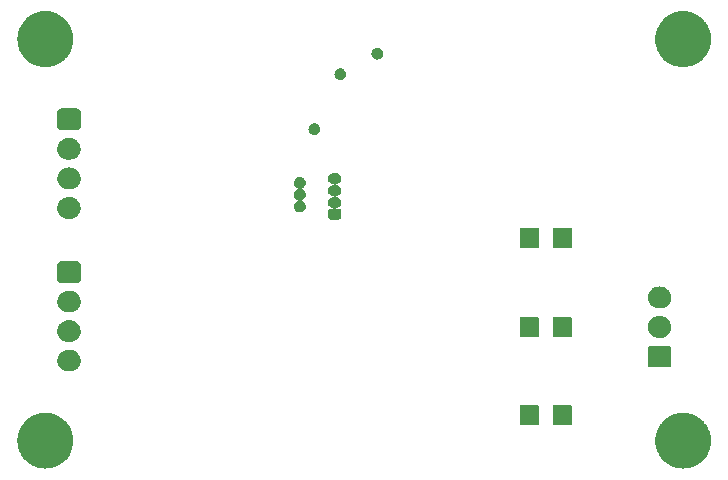
<source format=gbr>
G04 #@! TF.GenerationSoftware,KiCad,Pcbnew,7.0.2*
G04 #@! TF.CreationDate,2023-08-30T11:59:43+08:00*
G04 #@! TF.ProjectId,bldc_driver,626c6463-5f64-4726-9976-65722e6b6963,rev?*
G04 #@! TF.SameCoordinates,PX58b1140PY3750280*
G04 #@! TF.FileFunction,Soldermask,Bot*
G04 #@! TF.FilePolarity,Negative*
%FSLAX46Y46*%
G04 Gerber Fmt 4.6, Leading zero omitted, Abs format (unit mm)*
G04 Created by KiCad (PCBNEW 7.0.2) date 2023-08-30 11:59:43*
%MOMM*%
%LPD*%
G01*
G04 APERTURE LIST*
G04 APERTURE END LIST*
G36*
X3072409Y-34634746D02*
G01*
X3148810Y-34634746D01*
X3231196Y-34645153D01*
X3309347Y-34650276D01*
X3374790Y-34663293D01*
X3444083Y-34672047D01*
X3531033Y-34694372D01*
X3613401Y-34710756D01*
X3671014Y-34730313D01*
X3732348Y-34746061D01*
X3822160Y-34781620D01*
X3906960Y-34810406D01*
X3956221Y-34834699D01*
X4009064Y-34855621D01*
X4099817Y-34905512D01*
X4185000Y-34947520D01*
X4225713Y-34974723D01*
X4269872Y-34999000D01*
X4359471Y-35064098D01*
X4442765Y-35119753D01*
X4475082Y-35148094D01*
X4510654Y-35173939D01*
X4596840Y-35254873D01*
X4675843Y-35324157D01*
X4700220Y-35351953D01*
X4727604Y-35377669D01*
X4808027Y-35474884D01*
X4880247Y-35557235D01*
X4897438Y-35582964D01*
X4917312Y-35606987D01*
X4989588Y-35720876D01*
X5052480Y-35815000D01*
X5063489Y-35837325D01*
X5076786Y-35858277D01*
X5138555Y-35989544D01*
X5189594Y-36093040D01*
X5195644Y-36110865D01*
X5203506Y-36127571D01*
X5252474Y-36278278D01*
X5289244Y-36386599D01*
X5291729Y-36399092D01*
X5295475Y-36410621D01*
X5329470Y-36588831D01*
X5349724Y-36690653D01*
X5350158Y-36697281D01*
X5351243Y-36702967D01*
X5368257Y-36973407D01*
X5370000Y-37000000D01*
X5368256Y-37026594D01*
X5351243Y-37297032D01*
X5350158Y-37302716D01*
X5349724Y-37309347D01*
X5329465Y-37411191D01*
X5295475Y-37589378D01*
X5291729Y-37600905D01*
X5289244Y-37613401D01*
X5252466Y-37721743D01*
X5203506Y-37872428D01*
X5195646Y-37889131D01*
X5189594Y-37906960D01*
X5138545Y-38010476D01*
X5076786Y-38141722D01*
X5063491Y-38162670D01*
X5052480Y-38185000D01*
X4989576Y-38279142D01*
X4917312Y-38393012D01*
X4897442Y-38417030D01*
X4880247Y-38442765D01*
X4808012Y-38525132D01*
X4727604Y-38622330D01*
X4700225Y-38648040D01*
X4675843Y-38675843D01*
X4596823Y-38745140D01*
X4510654Y-38826060D01*
X4475089Y-38851899D01*
X4442765Y-38880247D01*
X4359454Y-38935913D01*
X4269872Y-39000999D01*
X4225722Y-39025270D01*
X4185000Y-39052480D01*
X4099800Y-39094495D01*
X4009064Y-39144378D01*
X3956232Y-39165295D01*
X3906960Y-39189594D01*
X3822142Y-39218385D01*
X3732348Y-39253938D01*
X3671026Y-39269682D01*
X3613401Y-39289244D01*
X3531015Y-39305631D01*
X3444083Y-39327952D01*
X3374800Y-39336704D01*
X3309347Y-39349724D01*
X3231192Y-39354846D01*
X3148810Y-39365254D01*
X3072409Y-39365254D01*
X3000000Y-39370000D01*
X2927591Y-39365254D01*
X2851190Y-39365254D01*
X2768807Y-39354846D01*
X2690653Y-39349724D01*
X2625200Y-39336704D01*
X2555916Y-39327952D01*
X2468979Y-39305630D01*
X2386599Y-39289244D01*
X2328976Y-39269683D01*
X2267651Y-39253938D01*
X2177850Y-39218383D01*
X2093040Y-39189594D01*
X2043771Y-39165297D01*
X1990935Y-39144378D01*
X1900190Y-39094491D01*
X1815000Y-39052480D01*
X1774282Y-39025273D01*
X1730127Y-39000999D01*
X1640533Y-38935905D01*
X1557235Y-38880247D01*
X1524915Y-38851903D01*
X1489345Y-38826060D01*
X1403160Y-38745127D01*
X1324157Y-38675843D01*
X1299779Y-38648045D01*
X1272395Y-38622330D01*
X1191969Y-38525112D01*
X1119753Y-38442765D01*
X1102561Y-38417036D01*
X1082687Y-38393012D01*
X1010404Y-38279112D01*
X947520Y-38185000D01*
X936511Y-38162677D01*
X923213Y-38141722D01*
X861432Y-38010431D01*
X810406Y-37906960D01*
X804356Y-37889138D01*
X796493Y-37872428D01*
X747510Y-37721675D01*
X710756Y-37613401D01*
X708272Y-37600913D01*
X704524Y-37589378D01*
X670509Y-37411068D01*
X650276Y-37309347D01*
X649841Y-37302724D01*
X648756Y-37297032D01*
X631718Y-37026214D01*
X630000Y-37000000D01*
X631718Y-36973787D01*
X648756Y-36702967D01*
X649842Y-36697273D01*
X650276Y-36690653D01*
X670505Y-36588954D01*
X704524Y-36410621D01*
X708272Y-36399084D01*
X710756Y-36386599D01*
X747502Y-36278347D01*
X796493Y-36127571D01*
X804357Y-36110857D01*
X810406Y-36093040D01*
X861422Y-35989588D01*
X923213Y-35858277D01*
X936513Y-35837318D01*
X947520Y-35815000D01*
X1010391Y-35720906D01*
X1082687Y-35606987D01*
X1102565Y-35582958D01*
X1119753Y-35557235D01*
X1191955Y-35474904D01*
X1272395Y-35377669D01*
X1299784Y-35351948D01*
X1324157Y-35324157D01*
X1403144Y-35254886D01*
X1489345Y-35173939D01*
X1524922Y-35148090D01*
X1557235Y-35119753D01*
X1640516Y-35064106D01*
X1730127Y-34999000D01*
X1774290Y-34974720D01*
X1815000Y-34947520D01*
X1900172Y-34905517D01*
X1990935Y-34855621D01*
X2043782Y-34834697D01*
X2093040Y-34810406D01*
X2177832Y-34781622D01*
X2267651Y-34746061D01*
X2328988Y-34730312D01*
X2386599Y-34710756D01*
X2468962Y-34694372D01*
X2555916Y-34672047D01*
X2625211Y-34663293D01*
X2690653Y-34650276D01*
X2768802Y-34645153D01*
X2851190Y-34634746D01*
X2927591Y-34634746D01*
X3000000Y-34630000D01*
X3072409Y-34634746D01*
G37*
G36*
X44754788Y-34035328D02*
G01*
X44777497Y-34050503D01*
X44792672Y-34073212D01*
X44798000Y-34100000D01*
X44798000Y-35600000D01*
X44792672Y-35626788D01*
X44777497Y-35649497D01*
X44754788Y-35664672D01*
X44728000Y-35670000D01*
X43228000Y-35670000D01*
X43201212Y-35664672D01*
X43178503Y-35649497D01*
X43163328Y-35626788D01*
X43158000Y-35600000D01*
X43158000Y-34100000D01*
X43163328Y-34073212D01*
X43178503Y-34050503D01*
X43201212Y-34035328D01*
X43228000Y-34030000D01*
X44728000Y-34030000D01*
X44754788Y-34035328D01*
G37*
G36*
X47548788Y-34035328D02*
G01*
X47571497Y-34050503D01*
X47586672Y-34073212D01*
X47592000Y-34100000D01*
X47592000Y-35600000D01*
X47586672Y-35626788D01*
X47571497Y-35649497D01*
X47548788Y-35664672D01*
X47522000Y-35670000D01*
X46022000Y-35670000D01*
X45995212Y-35664672D01*
X45972503Y-35649497D01*
X45957328Y-35626788D01*
X45952000Y-35600000D01*
X45952000Y-34100000D01*
X45957328Y-34073212D01*
X45972503Y-34050503D01*
X45995212Y-34035328D01*
X46022000Y-34030000D01*
X47522000Y-34030000D01*
X47548788Y-34035328D01*
G37*
G36*
X57072409Y-34634746D02*
G01*
X57148810Y-34634746D01*
X57231196Y-34645153D01*
X57309347Y-34650276D01*
X57374790Y-34663293D01*
X57444083Y-34672047D01*
X57531033Y-34694372D01*
X57613401Y-34710756D01*
X57671014Y-34730313D01*
X57732348Y-34746061D01*
X57822160Y-34781620D01*
X57906960Y-34810406D01*
X57956221Y-34834699D01*
X58009064Y-34855621D01*
X58099817Y-34905512D01*
X58185000Y-34947520D01*
X58225713Y-34974723D01*
X58269872Y-34999000D01*
X58359471Y-35064098D01*
X58442765Y-35119753D01*
X58475082Y-35148094D01*
X58510654Y-35173939D01*
X58596840Y-35254873D01*
X58675843Y-35324157D01*
X58700220Y-35351953D01*
X58727604Y-35377669D01*
X58808027Y-35474884D01*
X58880247Y-35557235D01*
X58897438Y-35582964D01*
X58917312Y-35606987D01*
X58989588Y-35720876D01*
X59052480Y-35815000D01*
X59063489Y-35837325D01*
X59076786Y-35858277D01*
X59138555Y-35989544D01*
X59189594Y-36093040D01*
X59195644Y-36110865D01*
X59203506Y-36127571D01*
X59252474Y-36278278D01*
X59289244Y-36386599D01*
X59291729Y-36399092D01*
X59295475Y-36410621D01*
X59329470Y-36588831D01*
X59349724Y-36690653D01*
X59350158Y-36697281D01*
X59351243Y-36702967D01*
X59368258Y-36973429D01*
X59370000Y-37000000D01*
X59368255Y-37026616D01*
X59351243Y-37297032D01*
X59350158Y-37302716D01*
X59349724Y-37309347D01*
X59329465Y-37411191D01*
X59295475Y-37589378D01*
X59291729Y-37600905D01*
X59289244Y-37613401D01*
X59252466Y-37721743D01*
X59203506Y-37872428D01*
X59195646Y-37889131D01*
X59189594Y-37906960D01*
X59138545Y-38010476D01*
X59076786Y-38141722D01*
X59063491Y-38162670D01*
X59052480Y-38185000D01*
X58989576Y-38279142D01*
X58917312Y-38393012D01*
X58897442Y-38417030D01*
X58880247Y-38442765D01*
X58808012Y-38525132D01*
X58727604Y-38622330D01*
X58700225Y-38648040D01*
X58675843Y-38675843D01*
X58596823Y-38745140D01*
X58510654Y-38826060D01*
X58475089Y-38851899D01*
X58442765Y-38880247D01*
X58359454Y-38935913D01*
X58269872Y-39000999D01*
X58225722Y-39025270D01*
X58185000Y-39052480D01*
X58099800Y-39094495D01*
X58009064Y-39144378D01*
X57956232Y-39165295D01*
X57906960Y-39189594D01*
X57822142Y-39218385D01*
X57732348Y-39253938D01*
X57671026Y-39269682D01*
X57613401Y-39289244D01*
X57531015Y-39305631D01*
X57444083Y-39327952D01*
X57374800Y-39336704D01*
X57309347Y-39349724D01*
X57231192Y-39354846D01*
X57148810Y-39365254D01*
X57072409Y-39365254D01*
X57000000Y-39370000D01*
X56927591Y-39365254D01*
X56851190Y-39365254D01*
X56768807Y-39354846D01*
X56690653Y-39349724D01*
X56625200Y-39336704D01*
X56555916Y-39327952D01*
X56468979Y-39305630D01*
X56386599Y-39289244D01*
X56328976Y-39269683D01*
X56267651Y-39253938D01*
X56177850Y-39218383D01*
X56093040Y-39189594D01*
X56043771Y-39165297D01*
X55990935Y-39144378D01*
X55900190Y-39094491D01*
X55815000Y-39052480D01*
X55774282Y-39025273D01*
X55730127Y-39000999D01*
X55640533Y-38935905D01*
X55557235Y-38880247D01*
X55524915Y-38851903D01*
X55489345Y-38826060D01*
X55403160Y-38745127D01*
X55324157Y-38675843D01*
X55299779Y-38648045D01*
X55272395Y-38622330D01*
X55191969Y-38525112D01*
X55119753Y-38442765D01*
X55102561Y-38417036D01*
X55082687Y-38393012D01*
X55010404Y-38279112D01*
X54947520Y-38185000D01*
X54936511Y-38162677D01*
X54923213Y-38141722D01*
X54861432Y-38010431D01*
X54810406Y-37906960D01*
X54804356Y-37889138D01*
X54796493Y-37872428D01*
X54747510Y-37721675D01*
X54710756Y-37613401D01*
X54708272Y-37600913D01*
X54704524Y-37589378D01*
X54670509Y-37411068D01*
X54650276Y-37309347D01*
X54649841Y-37302724D01*
X54648756Y-37297032D01*
X54631718Y-37026214D01*
X54630000Y-37000000D01*
X54631718Y-36973787D01*
X54648756Y-36702967D01*
X54649842Y-36697273D01*
X54650276Y-36690653D01*
X54670505Y-36588954D01*
X54704524Y-36410621D01*
X54708272Y-36399084D01*
X54710756Y-36386599D01*
X54747502Y-36278347D01*
X54796493Y-36127571D01*
X54804357Y-36110857D01*
X54810406Y-36093040D01*
X54861422Y-35989588D01*
X54923213Y-35858277D01*
X54936513Y-35837318D01*
X54947520Y-35815000D01*
X55010391Y-35720906D01*
X55082687Y-35606987D01*
X55102565Y-35582958D01*
X55119753Y-35557235D01*
X55191955Y-35474904D01*
X55272395Y-35377669D01*
X55299784Y-35351948D01*
X55324157Y-35324157D01*
X55403144Y-35254886D01*
X55489345Y-35173939D01*
X55524922Y-35148090D01*
X55557235Y-35119753D01*
X55640516Y-35064106D01*
X55730127Y-34999000D01*
X55774290Y-34974720D01*
X55815000Y-34947520D01*
X55900172Y-34905517D01*
X55990935Y-34855621D01*
X56043782Y-34834697D01*
X56093040Y-34810406D01*
X56177832Y-34781622D01*
X56267651Y-34746061D01*
X56328988Y-34730312D01*
X56386599Y-34710756D01*
X56468962Y-34694372D01*
X56555916Y-34672047D01*
X56625211Y-34663293D01*
X56690653Y-34650276D01*
X56768802Y-34645153D01*
X56851190Y-34634746D01*
X56927591Y-34634746D01*
X57000000Y-34630000D01*
X57072409Y-34634746D01*
G37*
G36*
X5075825Y-29305086D02*
G01*
X5167178Y-29309719D01*
X5216669Y-29319889D01*
X5266279Y-29325104D01*
X5307991Y-29338657D01*
X5350359Y-29347364D01*
X5398906Y-29368197D01*
X5449198Y-29384538D01*
X5484558Y-29404953D01*
X5521390Y-29420759D01*
X5567394Y-29452778D01*
X5615762Y-29480704D01*
X5643844Y-29505989D01*
X5674146Y-29527080D01*
X5715002Y-29570060D01*
X5758693Y-29609400D01*
X5779110Y-29637501D01*
X5802370Y-29661971D01*
X5835465Y-29715068D01*
X5871743Y-29765000D01*
X5884632Y-29793949D01*
X5900819Y-29819919D01*
X5923693Y-29881681D01*
X5949972Y-29940704D01*
X5955924Y-29968707D01*
X5965456Y-29994444D01*
X5975936Y-30062857D01*
X5989960Y-30128834D01*
X5989960Y-30154400D01*
X5993638Y-30178410D01*
X5989960Y-30250937D01*
X5989960Y-30321166D01*
X5985282Y-30343171D01*
X5984212Y-30364283D01*
X5965130Y-30437981D01*
X5949972Y-30509296D01*
X5942071Y-30527041D01*
X5937561Y-30544461D01*
X5902412Y-30616116D01*
X5871743Y-30685000D01*
X5862138Y-30698219D01*
X5855599Y-30711551D01*
X5804338Y-30777774D01*
X5758693Y-30840600D01*
X5748842Y-30849469D01*
X5741679Y-30858724D01*
X5674801Y-30916136D01*
X5615762Y-30969296D01*
X5606955Y-30974380D01*
X5600463Y-30979954D01*
X5518640Y-31025369D01*
X5449198Y-31065462D01*
X5442467Y-31067648D01*
X5437736Y-31070275D01*
X5340247Y-31100862D01*
X5266279Y-31124896D01*
X5262319Y-31125312D01*
X5260156Y-31125991D01*
X5127800Y-31139450D01*
X5075000Y-31145000D01*
X5073229Y-31145000D01*
X4925886Y-31145000D01*
X4925000Y-31145000D01*
X4924173Y-31144913D01*
X4832821Y-31140280D01*
X4783338Y-31130110D01*
X4733721Y-31124896D01*
X4692002Y-31111340D01*
X4649640Y-31102635D01*
X4601099Y-31081804D01*
X4550802Y-31065462D01*
X4515437Y-31045044D01*
X4478609Y-31029240D01*
X4432608Y-30997222D01*
X4384238Y-30969296D01*
X4356154Y-30944009D01*
X4325853Y-30922919D01*
X4284997Y-30879939D01*
X4241307Y-30840600D01*
X4220890Y-30812498D01*
X4197629Y-30788028D01*
X4164531Y-30734927D01*
X4128257Y-30685000D01*
X4115368Y-30656052D01*
X4099180Y-30630080D01*
X4076302Y-30568309D01*
X4050028Y-30509296D01*
X4044076Y-30481296D01*
X4034543Y-30455555D01*
X4024060Y-30387128D01*
X4010040Y-30321166D01*
X4010040Y-30295604D01*
X4006361Y-30271589D01*
X4010040Y-30199042D01*
X4010040Y-30128834D01*
X4014716Y-30106834D01*
X4015787Y-30085716D01*
X4034875Y-30011991D01*
X4050028Y-29940704D01*
X4057925Y-29922965D01*
X4062438Y-29905538D01*
X4097602Y-29833850D01*
X4128257Y-29765000D01*
X4137857Y-29751786D01*
X4144400Y-29738448D01*
X4195688Y-29672188D01*
X4241307Y-29609400D01*
X4251151Y-29600535D01*
X4258320Y-29591275D01*
X4325243Y-29533823D01*
X4384238Y-29480704D01*
X4393038Y-29475623D01*
X4399536Y-29470045D01*
X4481429Y-29424590D01*
X4550802Y-29384538D01*
X4557526Y-29382353D01*
X4562263Y-29379724D01*
X4659869Y-29349099D01*
X4733721Y-29325104D01*
X4737673Y-29324688D01*
X4739843Y-29324008D01*
X4872293Y-29310539D01*
X4925000Y-29305000D01*
X5075000Y-29305000D01*
X5075825Y-29305086D01*
G37*
G36*
X55757822Y-28965904D02*
G01*
X55762599Y-28968131D01*
X55765833Y-28968603D01*
X55811766Y-28991058D01*
X55858544Y-29012871D01*
X55860609Y-29014936D01*
X55860664Y-29014963D01*
X55935036Y-29089335D01*
X55935062Y-29089389D01*
X55937129Y-29091456D01*
X55958952Y-29138256D01*
X55981396Y-29184166D01*
X55981866Y-29187397D01*
X55984096Y-29192178D01*
X55995000Y-29275000D01*
X55995000Y-30475000D01*
X55984096Y-30557822D01*
X55981866Y-30562603D01*
X55981396Y-30565833D01*
X55958962Y-30611722D01*
X55937129Y-30658544D01*
X55935061Y-30660611D01*
X55935036Y-30660664D01*
X55860664Y-30735036D01*
X55860611Y-30735061D01*
X55858544Y-30737129D01*
X55811722Y-30758962D01*
X55765833Y-30781396D01*
X55762603Y-30781866D01*
X55757822Y-30784096D01*
X55675000Y-30795000D01*
X54325000Y-30795000D01*
X54242178Y-30784096D01*
X54237397Y-30781866D01*
X54234166Y-30781396D01*
X54188256Y-30758952D01*
X54141456Y-30737129D01*
X54139389Y-30735062D01*
X54139335Y-30735036D01*
X54064963Y-30660664D01*
X54064936Y-30660609D01*
X54062871Y-30658544D01*
X54041058Y-30611766D01*
X54018603Y-30565833D01*
X54018131Y-30562599D01*
X54015904Y-30557822D01*
X54005000Y-30475000D01*
X54005000Y-29275000D01*
X54015904Y-29192178D01*
X54018131Y-29187400D01*
X54018603Y-29184166D01*
X54041068Y-29138211D01*
X54062871Y-29091456D01*
X54064935Y-29089391D01*
X54064963Y-29089335D01*
X54139335Y-29014963D01*
X54139391Y-29014935D01*
X54141456Y-29012871D01*
X54188211Y-28991068D01*
X54234166Y-28968603D01*
X54237400Y-28968131D01*
X54242178Y-28965904D01*
X54325000Y-28955000D01*
X55675000Y-28955000D01*
X55757822Y-28965904D01*
G37*
G36*
X5075825Y-26805086D02*
G01*
X5167178Y-26809719D01*
X5216669Y-26819889D01*
X5266279Y-26825104D01*
X5307991Y-26838657D01*
X5350359Y-26847364D01*
X5398906Y-26868197D01*
X5449198Y-26884538D01*
X5484558Y-26904953D01*
X5521390Y-26920759D01*
X5567394Y-26952778D01*
X5615762Y-26980704D01*
X5643844Y-27005989D01*
X5674146Y-27027080D01*
X5715002Y-27070060D01*
X5758693Y-27109400D01*
X5779110Y-27137501D01*
X5802370Y-27161971D01*
X5835465Y-27215068D01*
X5871743Y-27265000D01*
X5884632Y-27293949D01*
X5900819Y-27319919D01*
X5923693Y-27381681D01*
X5949972Y-27440704D01*
X5955924Y-27468707D01*
X5965456Y-27494444D01*
X5975936Y-27562857D01*
X5989960Y-27628834D01*
X5989960Y-27654400D01*
X5993638Y-27678410D01*
X5989960Y-27750937D01*
X5989960Y-27821166D01*
X5985282Y-27843171D01*
X5984212Y-27864283D01*
X5965130Y-27937981D01*
X5949972Y-28009296D01*
X5942071Y-28027041D01*
X5937561Y-28044461D01*
X5902412Y-28116116D01*
X5871743Y-28185000D01*
X5862138Y-28198219D01*
X5855599Y-28211551D01*
X5804338Y-28277774D01*
X5758693Y-28340600D01*
X5748842Y-28349469D01*
X5741679Y-28358724D01*
X5674801Y-28416136D01*
X5615762Y-28469296D01*
X5606955Y-28474380D01*
X5600463Y-28479954D01*
X5518640Y-28525369D01*
X5449198Y-28565462D01*
X5442467Y-28567648D01*
X5437736Y-28570275D01*
X5340247Y-28600862D01*
X5266279Y-28624896D01*
X5262319Y-28625312D01*
X5260156Y-28625991D01*
X5127800Y-28639450D01*
X5075000Y-28645000D01*
X5073229Y-28645000D01*
X4925886Y-28645000D01*
X4925000Y-28645000D01*
X4924173Y-28644913D01*
X4832821Y-28640280D01*
X4783338Y-28630110D01*
X4733721Y-28624896D01*
X4692002Y-28611340D01*
X4649640Y-28602635D01*
X4601099Y-28581804D01*
X4550802Y-28565462D01*
X4515437Y-28545044D01*
X4478609Y-28529240D01*
X4432608Y-28497222D01*
X4384238Y-28469296D01*
X4356154Y-28444009D01*
X4325853Y-28422919D01*
X4284997Y-28379939D01*
X4241307Y-28340600D01*
X4220890Y-28312498D01*
X4197629Y-28288028D01*
X4164531Y-28234927D01*
X4128257Y-28185000D01*
X4115368Y-28156052D01*
X4099180Y-28130080D01*
X4076302Y-28068309D01*
X4050028Y-28009296D01*
X4044076Y-27981296D01*
X4034543Y-27955555D01*
X4024060Y-27887128D01*
X4010040Y-27821166D01*
X4010040Y-27795604D01*
X4006361Y-27771589D01*
X4010040Y-27699042D01*
X4010040Y-27628834D01*
X4014716Y-27606834D01*
X4015787Y-27585716D01*
X4034875Y-27511991D01*
X4050028Y-27440704D01*
X4057925Y-27422965D01*
X4062438Y-27405538D01*
X4097602Y-27333850D01*
X4128257Y-27265000D01*
X4137857Y-27251786D01*
X4144400Y-27238448D01*
X4195688Y-27172188D01*
X4241307Y-27109400D01*
X4251151Y-27100535D01*
X4258320Y-27091275D01*
X4325243Y-27033823D01*
X4384238Y-26980704D01*
X4393038Y-26975623D01*
X4399536Y-26970045D01*
X4481429Y-26924590D01*
X4550802Y-26884538D01*
X4557526Y-26882353D01*
X4562263Y-26879724D01*
X4659869Y-26849099D01*
X4733721Y-26825104D01*
X4737673Y-26824688D01*
X4739843Y-26824008D01*
X4872293Y-26810539D01*
X4925000Y-26805000D01*
X5075000Y-26805000D01*
X5075825Y-26805086D01*
G37*
G36*
X55075825Y-26455086D02*
G01*
X55167178Y-26459719D01*
X55216669Y-26469889D01*
X55266279Y-26475104D01*
X55307991Y-26488657D01*
X55350359Y-26497364D01*
X55398906Y-26518197D01*
X55449198Y-26534538D01*
X55484558Y-26554953D01*
X55521390Y-26570759D01*
X55567394Y-26602778D01*
X55615762Y-26630704D01*
X55643844Y-26655989D01*
X55674146Y-26677080D01*
X55715002Y-26720060D01*
X55758693Y-26759400D01*
X55779110Y-26787501D01*
X55802370Y-26811971D01*
X55835465Y-26865068D01*
X55871743Y-26915000D01*
X55884632Y-26943949D01*
X55900819Y-26969919D01*
X55923693Y-27031681D01*
X55949972Y-27090704D01*
X55955924Y-27118707D01*
X55965456Y-27144444D01*
X55975936Y-27212857D01*
X55989960Y-27278834D01*
X55989960Y-27304400D01*
X55993638Y-27328410D01*
X55989960Y-27400937D01*
X55989960Y-27471166D01*
X55985282Y-27493171D01*
X55984212Y-27514283D01*
X55965130Y-27587981D01*
X55949972Y-27659296D01*
X55942071Y-27677041D01*
X55937561Y-27694461D01*
X55902412Y-27766116D01*
X55871743Y-27835000D01*
X55862138Y-27848219D01*
X55855599Y-27861551D01*
X55804338Y-27927774D01*
X55758693Y-27990600D01*
X55748842Y-27999469D01*
X55741679Y-28008724D01*
X55674801Y-28066136D01*
X55615762Y-28119296D01*
X55606955Y-28124380D01*
X55600463Y-28129954D01*
X55518640Y-28175369D01*
X55449198Y-28215462D01*
X55442467Y-28217648D01*
X55437736Y-28220275D01*
X55340247Y-28250862D01*
X55266279Y-28274896D01*
X55262319Y-28275312D01*
X55260156Y-28275991D01*
X55127800Y-28289450D01*
X55075000Y-28295000D01*
X55073229Y-28295000D01*
X54925886Y-28295000D01*
X54925000Y-28295000D01*
X54924173Y-28294913D01*
X54832821Y-28290280D01*
X54783338Y-28280110D01*
X54733721Y-28274896D01*
X54692002Y-28261340D01*
X54649640Y-28252635D01*
X54601099Y-28231804D01*
X54550802Y-28215462D01*
X54515437Y-28195044D01*
X54478609Y-28179240D01*
X54432608Y-28147222D01*
X54384238Y-28119296D01*
X54356154Y-28094009D01*
X54325853Y-28072919D01*
X54284997Y-28029939D01*
X54241307Y-27990600D01*
X54220890Y-27962498D01*
X54197629Y-27938028D01*
X54164531Y-27884927D01*
X54128257Y-27835000D01*
X54115368Y-27806052D01*
X54099180Y-27780080D01*
X54076302Y-27718309D01*
X54050028Y-27659296D01*
X54044076Y-27631296D01*
X54034543Y-27605555D01*
X54024060Y-27537128D01*
X54010040Y-27471166D01*
X54010040Y-27445604D01*
X54006361Y-27421589D01*
X54010040Y-27349042D01*
X54010040Y-27278834D01*
X54014716Y-27256834D01*
X54015787Y-27235716D01*
X54034875Y-27161991D01*
X54050028Y-27090704D01*
X54057925Y-27072965D01*
X54062438Y-27055538D01*
X54097602Y-26983850D01*
X54128257Y-26915000D01*
X54137857Y-26901786D01*
X54144400Y-26888448D01*
X54195688Y-26822188D01*
X54241307Y-26759400D01*
X54251151Y-26750535D01*
X54258320Y-26741275D01*
X54325243Y-26683823D01*
X54384238Y-26630704D01*
X54393038Y-26625623D01*
X54399536Y-26620045D01*
X54481429Y-26574590D01*
X54550802Y-26534538D01*
X54557526Y-26532353D01*
X54562263Y-26529724D01*
X54659869Y-26499099D01*
X54733721Y-26475104D01*
X54737673Y-26474688D01*
X54739843Y-26474008D01*
X54872293Y-26460539D01*
X54925000Y-26455000D01*
X55075000Y-26455000D01*
X55075825Y-26455086D01*
G37*
G36*
X44754788Y-26585328D02*
G01*
X44777497Y-26600503D01*
X44792672Y-26623212D01*
X44798000Y-26650000D01*
X44798000Y-28150000D01*
X44792672Y-28176788D01*
X44777497Y-28199497D01*
X44754788Y-28214672D01*
X44728000Y-28220000D01*
X43228000Y-28220000D01*
X43201212Y-28214672D01*
X43178503Y-28199497D01*
X43163328Y-28176788D01*
X43158000Y-28150000D01*
X43158000Y-26650000D01*
X43163328Y-26623212D01*
X43178503Y-26600503D01*
X43201212Y-26585328D01*
X43228000Y-26580000D01*
X44728000Y-26580000D01*
X44754788Y-26585328D01*
G37*
G36*
X47548788Y-26585328D02*
G01*
X47571497Y-26600503D01*
X47586672Y-26623212D01*
X47592000Y-26650000D01*
X47592000Y-28150000D01*
X47586672Y-28176788D01*
X47571497Y-28199497D01*
X47548788Y-28214672D01*
X47522000Y-28220000D01*
X46022000Y-28220000D01*
X45995212Y-28214672D01*
X45972503Y-28199497D01*
X45957328Y-28176788D01*
X45952000Y-28150000D01*
X45952000Y-26650000D01*
X45957328Y-26623212D01*
X45972503Y-26600503D01*
X45995212Y-26585328D01*
X46022000Y-26580000D01*
X47522000Y-26580000D01*
X47548788Y-26585328D01*
G37*
G36*
X5075825Y-24305086D02*
G01*
X5167178Y-24309719D01*
X5216669Y-24319889D01*
X5266279Y-24325104D01*
X5307991Y-24338657D01*
X5350359Y-24347364D01*
X5398906Y-24368197D01*
X5449198Y-24384538D01*
X5484558Y-24404953D01*
X5521390Y-24420759D01*
X5567394Y-24452778D01*
X5615762Y-24480704D01*
X5643844Y-24505989D01*
X5674146Y-24527080D01*
X5715002Y-24570060D01*
X5758693Y-24609400D01*
X5779110Y-24637501D01*
X5802370Y-24661971D01*
X5835465Y-24715068D01*
X5871743Y-24765000D01*
X5884632Y-24793949D01*
X5900819Y-24819919D01*
X5923693Y-24881681D01*
X5949972Y-24940704D01*
X5955924Y-24968707D01*
X5965456Y-24994444D01*
X5975936Y-25062857D01*
X5989960Y-25128834D01*
X5989960Y-25154400D01*
X5993638Y-25178410D01*
X5989960Y-25250937D01*
X5989960Y-25321166D01*
X5985282Y-25343171D01*
X5984212Y-25364283D01*
X5965130Y-25437981D01*
X5949972Y-25509296D01*
X5942071Y-25527041D01*
X5937561Y-25544461D01*
X5902412Y-25616116D01*
X5871743Y-25685000D01*
X5862138Y-25698219D01*
X5855599Y-25711551D01*
X5804338Y-25777774D01*
X5758693Y-25840600D01*
X5748842Y-25849469D01*
X5741679Y-25858724D01*
X5674801Y-25916136D01*
X5615762Y-25969296D01*
X5606955Y-25974380D01*
X5600463Y-25979954D01*
X5518640Y-26025369D01*
X5449198Y-26065462D01*
X5442467Y-26067648D01*
X5437736Y-26070275D01*
X5340247Y-26100862D01*
X5266279Y-26124896D01*
X5262319Y-26125312D01*
X5260156Y-26125991D01*
X5127800Y-26139450D01*
X5075000Y-26145000D01*
X5073229Y-26145000D01*
X4925886Y-26145000D01*
X4925000Y-26145000D01*
X4924173Y-26144913D01*
X4832821Y-26140280D01*
X4783338Y-26130110D01*
X4733721Y-26124896D01*
X4692002Y-26111340D01*
X4649640Y-26102635D01*
X4601099Y-26081804D01*
X4550802Y-26065462D01*
X4515437Y-26045044D01*
X4478609Y-26029240D01*
X4432608Y-25997222D01*
X4384238Y-25969296D01*
X4356154Y-25944009D01*
X4325853Y-25922919D01*
X4284997Y-25879939D01*
X4241307Y-25840600D01*
X4220890Y-25812498D01*
X4197629Y-25788028D01*
X4164531Y-25734927D01*
X4128257Y-25685000D01*
X4115368Y-25656052D01*
X4099180Y-25630080D01*
X4076302Y-25568309D01*
X4050028Y-25509296D01*
X4044076Y-25481296D01*
X4034543Y-25455555D01*
X4024060Y-25387128D01*
X4010040Y-25321166D01*
X4010040Y-25295604D01*
X4006361Y-25271589D01*
X4010040Y-25199042D01*
X4010040Y-25128834D01*
X4014716Y-25106834D01*
X4015787Y-25085716D01*
X4034875Y-25011991D01*
X4050028Y-24940704D01*
X4057925Y-24922965D01*
X4062438Y-24905538D01*
X4097602Y-24833850D01*
X4128257Y-24765000D01*
X4137857Y-24751786D01*
X4144400Y-24738448D01*
X4195688Y-24672188D01*
X4241307Y-24609400D01*
X4251151Y-24600535D01*
X4258320Y-24591275D01*
X4325243Y-24533823D01*
X4384238Y-24480704D01*
X4393038Y-24475623D01*
X4399536Y-24470045D01*
X4481429Y-24424590D01*
X4550802Y-24384538D01*
X4557526Y-24382353D01*
X4562263Y-24379724D01*
X4659869Y-24349099D01*
X4733721Y-24325104D01*
X4737673Y-24324688D01*
X4739843Y-24324008D01*
X4872293Y-24310539D01*
X4925000Y-24305000D01*
X5075000Y-24305000D01*
X5075825Y-24305086D01*
G37*
G36*
X55075825Y-23955086D02*
G01*
X55167178Y-23959719D01*
X55216669Y-23969889D01*
X55266279Y-23975104D01*
X55307991Y-23988657D01*
X55350359Y-23997364D01*
X55398906Y-24018197D01*
X55449198Y-24034538D01*
X55484558Y-24054953D01*
X55521390Y-24070759D01*
X55567394Y-24102778D01*
X55615762Y-24130704D01*
X55643844Y-24155989D01*
X55674146Y-24177080D01*
X55715002Y-24220060D01*
X55758693Y-24259400D01*
X55779110Y-24287501D01*
X55802370Y-24311971D01*
X55835465Y-24365068D01*
X55871743Y-24415000D01*
X55884632Y-24443949D01*
X55900819Y-24469919D01*
X55923693Y-24531681D01*
X55949972Y-24590704D01*
X55955924Y-24618707D01*
X55965456Y-24644444D01*
X55975936Y-24712857D01*
X55989960Y-24778834D01*
X55989960Y-24804400D01*
X55993638Y-24828410D01*
X55989960Y-24900937D01*
X55989960Y-24971166D01*
X55985282Y-24993171D01*
X55984212Y-25014283D01*
X55965130Y-25087981D01*
X55949972Y-25159296D01*
X55942071Y-25177041D01*
X55937561Y-25194461D01*
X55902412Y-25266116D01*
X55871743Y-25335000D01*
X55862138Y-25348219D01*
X55855599Y-25361551D01*
X55804338Y-25427774D01*
X55758693Y-25490600D01*
X55748842Y-25499469D01*
X55741679Y-25508724D01*
X55674801Y-25566136D01*
X55615762Y-25619296D01*
X55606955Y-25624380D01*
X55600463Y-25629954D01*
X55518640Y-25675369D01*
X55449198Y-25715462D01*
X55442467Y-25717648D01*
X55437736Y-25720275D01*
X55340247Y-25750862D01*
X55266279Y-25774896D01*
X55262319Y-25775312D01*
X55260156Y-25775991D01*
X55127800Y-25789450D01*
X55075000Y-25795000D01*
X55073229Y-25795000D01*
X54925886Y-25795000D01*
X54925000Y-25795000D01*
X54924173Y-25794913D01*
X54832821Y-25790280D01*
X54783338Y-25780110D01*
X54733721Y-25774896D01*
X54692002Y-25761340D01*
X54649640Y-25752635D01*
X54601099Y-25731804D01*
X54550802Y-25715462D01*
X54515437Y-25695044D01*
X54478609Y-25679240D01*
X54432608Y-25647222D01*
X54384238Y-25619296D01*
X54356154Y-25594009D01*
X54325853Y-25572919D01*
X54284997Y-25529939D01*
X54241307Y-25490600D01*
X54220890Y-25462498D01*
X54197629Y-25438028D01*
X54164531Y-25384927D01*
X54128257Y-25335000D01*
X54115368Y-25306052D01*
X54099180Y-25280080D01*
X54076302Y-25218309D01*
X54050028Y-25159296D01*
X54044076Y-25131296D01*
X54034543Y-25105555D01*
X54024060Y-25037128D01*
X54010040Y-24971166D01*
X54010040Y-24945604D01*
X54006361Y-24921589D01*
X54010040Y-24849042D01*
X54010040Y-24778834D01*
X54014716Y-24756834D01*
X54015787Y-24735716D01*
X54034875Y-24661991D01*
X54050028Y-24590704D01*
X54057925Y-24572965D01*
X54062438Y-24555538D01*
X54097602Y-24483850D01*
X54128257Y-24415000D01*
X54137857Y-24401786D01*
X54144400Y-24388448D01*
X54195688Y-24322188D01*
X54241307Y-24259400D01*
X54251151Y-24250535D01*
X54258320Y-24241275D01*
X54325243Y-24183823D01*
X54384238Y-24130704D01*
X54393038Y-24125623D01*
X54399536Y-24120045D01*
X54481429Y-24074590D01*
X54550802Y-24034538D01*
X54557526Y-24032353D01*
X54562263Y-24029724D01*
X54659869Y-23999099D01*
X54733721Y-23975104D01*
X54737673Y-23974688D01*
X54739843Y-23974008D01*
X54872293Y-23960539D01*
X54925000Y-23955000D01*
X55075000Y-23955000D01*
X55075825Y-23955086D01*
G37*
G36*
X5757822Y-21815904D02*
G01*
X5762599Y-21818131D01*
X5765833Y-21818603D01*
X5811766Y-21841058D01*
X5858544Y-21862871D01*
X5860609Y-21864936D01*
X5860664Y-21864963D01*
X5935036Y-21939335D01*
X5935062Y-21939389D01*
X5937129Y-21941456D01*
X5958952Y-21988256D01*
X5981396Y-22034166D01*
X5981866Y-22037397D01*
X5984096Y-22042178D01*
X5995000Y-22125000D01*
X5995000Y-23325000D01*
X5984096Y-23407822D01*
X5981866Y-23412603D01*
X5981396Y-23415833D01*
X5958962Y-23461722D01*
X5937129Y-23508544D01*
X5935061Y-23510611D01*
X5935036Y-23510664D01*
X5860664Y-23585036D01*
X5860611Y-23585061D01*
X5858544Y-23587129D01*
X5811722Y-23608962D01*
X5765833Y-23631396D01*
X5762603Y-23631866D01*
X5757822Y-23634096D01*
X5675000Y-23645000D01*
X4325000Y-23645000D01*
X4242178Y-23634096D01*
X4237397Y-23631866D01*
X4234166Y-23631396D01*
X4188256Y-23608952D01*
X4141456Y-23587129D01*
X4139389Y-23585062D01*
X4139335Y-23585036D01*
X4064963Y-23510664D01*
X4064936Y-23510609D01*
X4062871Y-23508544D01*
X4041058Y-23461766D01*
X4018603Y-23415833D01*
X4018131Y-23412599D01*
X4015904Y-23407822D01*
X4005000Y-23325000D01*
X4005000Y-22125000D01*
X4015904Y-22042178D01*
X4018131Y-22037400D01*
X4018603Y-22034166D01*
X4041068Y-21988211D01*
X4062871Y-21941456D01*
X4064935Y-21939391D01*
X4064963Y-21939335D01*
X4139335Y-21864963D01*
X4139391Y-21864935D01*
X4141456Y-21862871D01*
X4188211Y-21841068D01*
X4234166Y-21818603D01*
X4237400Y-21818131D01*
X4242178Y-21815904D01*
X4325000Y-21805000D01*
X5675000Y-21805000D01*
X5757822Y-21815904D01*
G37*
G36*
X44754788Y-19035328D02*
G01*
X44777497Y-19050503D01*
X44792672Y-19073212D01*
X44798000Y-19100000D01*
X44798000Y-20600000D01*
X44792672Y-20626788D01*
X44777497Y-20649497D01*
X44754788Y-20664672D01*
X44728000Y-20670000D01*
X43228000Y-20670000D01*
X43201212Y-20664672D01*
X43178503Y-20649497D01*
X43163328Y-20626788D01*
X43158000Y-20600000D01*
X43158000Y-19100000D01*
X43163328Y-19073212D01*
X43178503Y-19050503D01*
X43201212Y-19035328D01*
X43228000Y-19030000D01*
X44728000Y-19030000D01*
X44754788Y-19035328D01*
G37*
G36*
X47548788Y-19035328D02*
G01*
X47571497Y-19050503D01*
X47586672Y-19073212D01*
X47592000Y-19100000D01*
X47592000Y-20600000D01*
X47586672Y-20626788D01*
X47571497Y-20649497D01*
X47548788Y-20664672D01*
X47522000Y-20670000D01*
X46022000Y-20670000D01*
X45995212Y-20664672D01*
X45972503Y-20649497D01*
X45957328Y-20626788D01*
X45952000Y-20600000D01*
X45952000Y-19100000D01*
X45957328Y-19073212D01*
X45972503Y-19050503D01*
X45995212Y-19035328D01*
X46022000Y-19030000D01*
X47522000Y-19030000D01*
X47548788Y-19035328D01*
G37*
G36*
X5075825Y-13880086D02*
G01*
X5167178Y-13884719D01*
X5216669Y-13894889D01*
X5266279Y-13900104D01*
X5307991Y-13913657D01*
X5350359Y-13922364D01*
X5398906Y-13943197D01*
X5449198Y-13959538D01*
X5484558Y-13979953D01*
X5521390Y-13995759D01*
X5567394Y-14027778D01*
X5615762Y-14055704D01*
X5643844Y-14080989D01*
X5674146Y-14102080D01*
X5715002Y-14145060D01*
X5758693Y-14184400D01*
X5779110Y-14212501D01*
X5802370Y-14236971D01*
X5835465Y-14290068D01*
X5871743Y-14340000D01*
X5884632Y-14368949D01*
X5900819Y-14394919D01*
X5923693Y-14456681D01*
X5949972Y-14515704D01*
X5955924Y-14543707D01*
X5965456Y-14569444D01*
X5975936Y-14637857D01*
X5989960Y-14703834D01*
X5989960Y-14729400D01*
X5993638Y-14753410D01*
X5989960Y-14825937D01*
X5989960Y-14896166D01*
X5985282Y-14918171D01*
X5984212Y-14939283D01*
X5965130Y-15012981D01*
X5949972Y-15084296D01*
X5942071Y-15102041D01*
X5937561Y-15119461D01*
X5902412Y-15191116D01*
X5871743Y-15260000D01*
X5862138Y-15273219D01*
X5855599Y-15286551D01*
X5804338Y-15352774D01*
X5758693Y-15415600D01*
X5748842Y-15424469D01*
X5741679Y-15433724D01*
X5674801Y-15491136D01*
X5615762Y-15544296D01*
X5606955Y-15549380D01*
X5600463Y-15554954D01*
X5518640Y-15600369D01*
X5449198Y-15640462D01*
X5442467Y-15642648D01*
X5437736Y-15645275D01*
X5340247Y-15675862D01*
X5266279Y-15699896D01*
X5262319Y-15700312D01*
X5260156Y-15700991D01*
X5127800Y-15714450D01*
X5075000Y-15720000D01*
X5073229Y-15720000D01*
X4925886Y-15720000D01*
X4925000Y-15720000D01*
X4924173Y-15719913D01*
X4832821Y-15715280D01*
X4783338Y-15705110D01*
X4733721Y-15699896D01*
X4692002Y-15686340D01*
X4649640Y-15677635D01*
X4601099Y-15656804D01*
X4550802Y-15640462D01*
X4515437Y-15620044D01*
X4478609Y-15604240D01*
X4432608Y-15572222D01*
X4384238Y-15544296D01*
X4356154Y-15519009D01*
X4325853Y-15497919D01*
X4284997Y-15454939D01*
X4241307Y-15415600D01*
X4220890Y-15387498D01*
X4197629Y-15363028D01*
X4164531Y-15309927D01*
X4128257Y-15260000D01*
X4115368Y-15231052D01*
X4099180Y-15205080D01*
X4076302Y-15143309D01*
X4050028Y-15084296D01*
X4044076Y-15056296D01*
X4034543Y-15030555D01*
X4024060Y-14962128D01*
X4010040Y-14896166D01*
X4010040Y-14870604D01*
X4006361Y-14846589D01*
X4010040Y-14774042D01*
X4010040Y-14703834D01*
X4014716Y-14681834D01*
X4015787Y-14660716D01*
X4034875Y-14586991D01*
X4050028Y-14515704D01*
X4057925Y-14497965D01*
X4062438Y-14480538D01*
X4097602Y-14408850D01*
X4128257Y-14340000D01*
X4137857Y-14326786D01*
X4144400Y-14313448D01*
X4195688Y-14247188D01*
X4241307Y-14184400D01*
X4251151Y-14175535D01*
X4258320Y-14166275D01*
X4325243Y-14108823D01*
X4384238Y-14055704D01*
X4393038Y-14050623D01*
X4399536Y-14045045D01*
X4481429Y-13999590D01*
X4550802Y-13959538D01*
X4557526Y-13957353D01*
X4562263Y-13954724D01*
X4659869Y-13924099D01*
X4733721Y-13900104D01*
X4737673Y-13899688D01*
X4739843Y-13899008D01*
X4872293Y-13885539D01*
X4925000Y-13880000D01*
X5075000Y-13880000D01*
X5075825Y-13880086D01*
G37*
G36*
X27732414Y-14374038D02*
G01*
X27854101Y-14429611D01*
X27955202Y-14517215D01*
X28027527Y-14629755D01*
X28065216Y-14758112D01*
X28065216Y-14891888D01*
X28027527Y-15020245D01*
X27955202Y-15132785D01*
X27854101Y-15220389D01*
X27732414Y-15275962D01*
X27600000Y-15295000D01*
X27599769Y-15295000D01*
X27599769Y-15355000D01*
X27600000Y-15355000D01*
X27732414Y-15374038D01*
X27854101Y-15429611D01*
X27955202Y-15517215D01*
X28027527Y-15629755D01*
X28065216Y-15758112D01*
X28065216Y-15891888D01*
X28027527Y-16020245D01*
X27955202Y-16132785D01*
X27854101Y-16220389D01*
X27732414Y-16275962D01*
X27600000Y-16295000D01*
X27599769Y-16295000D01*
X27599769Y-16355000D01*
X27600000Y-16355000D01*
X27732414Y-16374038D01*
X27854101Y-16429611D01*
X27955202Y-16517215D01*
X28027527Y-16629755D01*
X28065216Y-16758112D01*
X28065216Y-16891888D01*
X28027527Y-17020245D01*
X27955202Y-17132785D01*
X27854101Y-17220389D01*
X27732414Y-17275962D01*
X27632327Y-17290352D01*
X27636951Y-17355000D01*
X27800000Y-17355000D01*
X27802832Y-17355563D01*
X27860536Y-17362257D01*
X27880255Y-17370964D01*
X27903325Y-17375553D01*
X27928025Y-17392057D01*
X27952244Y-17402751D01*
X27968783Y-17419290D01*
X27990919Y-17434081D01*
X28005709Y-17456216D01*
X28022248Y-17472755D01*
X28032941Y-17496971D01*
X28049447Y-17521675D01*
X28054036Y-17544747D01*
X28062742Y-17564463D01*
X28069434Y-17622155D01*
X28070000Y-17625000D01*
X28070000Y-18025000D01*
X28069434Y-18027844D01*
X28062742Y-18085536D01*
X28054036Y-18105250D01*
X28049447Y-18128325D01*
X28032939Y-18153029D01*
X28022248Y-18177244D01*
X28005711Y-18193780D01*
X27990919Y-18215919D01*
X27968780Y-18230711D01*
X27952244Y-18247248D01*
X27928029Y-18257939D01*
X27903325Y-18274447D01*
X27880250Y-18279036D01*
X27860536Y-18287742D01*
X27802846Y-18294433D01*
X27800000Y-18295000D01*
X27200000Y-18295000D01*
X27197156Y-18294434D01*
X27139463Y-18287742D01*
X27119747Y-18279036D01*
X27096675Y-18274447D01*
X27071971Y-18257941D01*
X27047755Y-18247248D01*
X27031216Y-18230709D01*
X27009081Y-18215919D01*
X26994290Y-18193783D01*
X26977751Y-18177244D01*
X26967057Y-18153025D01*
X26950553Y-18128325D01*
X26945964Y-18105255D01*
X26937257Y-18085536D01*
X26930563Y-18027834D01*
X26930000Y-18025000D01*
X26930000Y-17625000D01*
X26930563Y-17622168D01*
X26937257Y-17564463D01*
X26945964Y-17544743D01*
X26950553Y-17521675D01*
X26967055Y-17496976D01*
X26977751Y-17472755D01*
X26994292Y-17456213D01*
X27009081Y-17434081D01*
X27031213Y-17419292D01*
X27047755Y-17402751D01*
X27071976Y-17392055D01*
X27096675Y-17375553D01*
X27119743Y-17370964D01*
X27139463Y-17362257D01*
X27197167Y-17355563D01*
X27200000Y-17355000D01*
X27363053Y-17355000D01*
X27367675Y-17290352D01*
X27267586Y-17275962D01*
X27145899Y-17220389D01*
X27044798Y-17132785D01*
X26972473Y-17020245D01*
X26934784Y-16891888D01*
X26934784Y-16758112D01*
X26972473Y-16629755D01*
X27044798Y-16517215D01*
X27145899Y-16429611D01*
X27267586Y-16374038D01*
X27400000Y-16355000D01*
X27400230Y-16355000D01*
X27400230Y-16295000D01*
X27400000Y-16295000D01*
X27267586Y-16275962D01*
X27145899Y-16220389D01*
X27044798Y-16132785D01*
X26972473Y-16020245D01*
X26934784Y-15891888D01*
X26934784Y-15758112D01*
X26972473Y-15629755D01*
X27044798Y-15517215D01*
X27145899Y-15429611D01*
X27267586Y-15374038D01*
X27400000Y-15355000D01*
X27400230Y-15355000D01*
X27400230Y-15295000D01*
X27400000Y-15295000D01*
X27267586Y-15275962D01*
X27145899Y-15220389D01*
X27044798Y-15132785D01*
X26972473Y-15020245D01*
X26934784Y-14891888D01*
X26934784Y-14758112D01*
X26972473Y-14629755D01*
X27044798Y-14517215D01*
X27145899Y-14429611D01*
X27267586Y-14374038D01*
X27400000Y-14355000D01*
X27600000Y-14355000D01*
X27732414Y-14374038D01*
G37*
G36*
X5075825Y-16380086D02*
G01*
X5167178Y-16384719D01*
X5216669Y-16394889D01*
X5266279Y-16400104D01*
X5307991Y-16413657D01*
X5350359Y-16422364D01*
X5398906Y-16443197D01*
X5449198Y-16459538D01*
X5484558Y-16479953D01*
X5521390Y-16495759D01*
X5567394Y-16527778D01*
X5615762Y-16555704D01*
X5643844Y-16580989D01*
X5674146Y-16602080D01*
X5715002Y-16645060D01*
X5758693Y-16684400D01*
X5779110Y-16712501D01*
X5802370Y-16736971D01*
X5835465Y-16790068D01*
X5871743Y-16840000D01*
X5884632Y-16868949D01*
X5900819Y-16894919D01*
X5923693Y-16956681D01*
X5949972Y-17015704D01*
X5955924Y-17043707D01*
X5965456Y-17069444D01*
X5975936Y-17137857D01*
X5989960Y-17203834D01*
X5989960Y-17229400D01*
X5993638Y-17253410D01*
X5989960Y-17325937D01*
X5989960Y-17396166D01*
X5985282Y-17418171D01*
X5984212Y-17439283D01*
X5965130Y-17512981D01*
X5949972Y-17584296D01*
X5942071Y-17602041D01*
X5937561Y-17619461D01*
X5902412Y-17691116D01*
X5871743Y-17760000D01*
X5862138Y-17773219D01*
X5855599Y-17786551D01*
X5804338Y-17852774D01*
X5758693Y-17915600D01*
X5748842Y-17924469D01*
X5741679Y-17933724D01*
X5674801Y-17991136D01*
X5615762Y-18044296D01*
X5606955Y-18049380D01*
X5600463Y-18054954D01*
X5518640Y-18100369D01*
X5449198Y-18140462D01*
X5442467Y-18142648D01*
X5437736Y-18145275D01*
X5340247Y-18175862D01*
X5266279Y-18199896D01*
X5262319Y-18200312D01*
X5260156Y-18200991D01*
X5127800Y-18214450D01*
X5075000Y-18220000D01*
X5073229Y-18220000D01*
X4925886Y-18220000D01*
X4925000Y-18220000D01*
X4924173Y-18219913D01*
X4832821Y-18215280D01*
X4783338Y-18205110D01*
X4733721Y-18199896D01*
X4692002Y-18186340D01*
X4649640Y-18177635D01*
X4601099Y-18156804D01*
X4550802Y-18140462D01*
X4515437Y-18120044D01*
X4478609Y-18104240D01*
X4432608Y-18072222D01*
X4384238Y-18044296D01*
X4356154Y-18019009D01*
X4325853Y-17997919D01*
X4284997Y-17954939D01*
X4241307Y-17915600D01*
X4220890Y-17887498D01*
X4197629Y-17863028D01*
X4164531Y-17809927D01*
X4128257Y-17760000D01*
X4115368Y-17731052D01*
X4099180Y-17705080D01*
X4076302Y-17643309D01*
X4050028Y-17584296D01*
X4044076Y-17556296D01*
X4034543Y-17530555D01*
X4024060Y-17462128D01*
X4010040Y-17396166D01*
X4010040Y-17370604D01*
X4006361Y-17346589D01*
X4010040Y-17274042D01*
X4010040Y-17203834D01*
X4014716Y-17181834D01*
X4015787Y-17160716D01*
X4034875Y-17086991D01*
X4050028Y-17015704D01*
X4057925Y-16997965D01*
X4062438Y-16980538D01*
X4097602Y-16908850D01*
X4128257Y-16840000D01*
X4137857Y-16826786D01*
X4144400Y-16813448D01*
X4195688Y-16747188D01*
X4241307Y-16684400D01*
X4251151Y-16675535D01*
X4258320Y-16666275D01*
X4325243Y-16608823D01*
X4384238Y-16555704D01*
X4393038Y-16550623D01*
X4399536Y-16545045D01*
X4481429Y-16499590D01*
X4550802Y-16459538D01*
X4557526Y-16457353D01*
X4562263Y-16454724D01*
X4659869Y-16424099D01*
X4733721Y-16400104D01*
X4737673Y-16399688D01*
X4739843Y-16399008D01*
X4872293Y-16385539D01*
X4925000Y-16380000D01*
X5075000Y-16380000D01*
X5075825Y-16380086D01*
G37*
G36*
X24586361Y-14680089D02*
G01*
X24621157Y-14680089D01*
X24649439Y-14688393D01*
X24679333Y-14692329D01*
X24719486Y-14708961D01*
X24757708Y-14720184D01*
X24777883Y-14733150D01*
X24799850Y-14742249D01*
X24840100Y-14773134D01*
X24877430Y-14797125D01*
X24889464Y-14811013D01*
X24903339Y-14821660D01*
X24939311Y-14868539D01*
X24970627Y-14904680D01*
X24975896Y-14916217D01*
X24982750Y-14925150D01*
X25009818Y-14990499D01*
X25029746Y-15034134D01*
X25030731Y-15040985D01*
X25032670Y-15045666D01*
X25046408Y-15150021D01*
X25050000Y-15175000D01*
X25046408Y-15199980D01*
X25032670Y-15304333D01*
X25030731Y-15309013D01*
X25029746Y-15315866D01*
X25009816Y-15359506D01*
X24982750Y-15424850D01*
X24975896Y-15433781D01*
X24970627Y-15445320D01*
X24939307Y-15481464D01*
X24903339Y-15528339D01*
X24889467Y-15538983D01*
X24877430Y-15552875D01*
X24840092Y-15576870D01*
X24799850Y-15607750D01*
X24777888Y-15616846D01*
X24757708Y-15629816D01*
X24719476Y-15641041D01*
X24693953Y-15651614D01*
X24693953Y-15698386D01*
X24719478Y-15708958D01*
X24757708Y-15720184D01*
X24777884Y-15733150D01*
X24799850Y-15742249D01*
X24840100Y-15773134D01*
X24877430Y-15797125D01*
X24889464Y-15811013D01*
X24903339Y-15821660D01*
X24939311Y-15868539D01*
X24970627Y-15904680D01*
X24975896Y-15916217D01*
X24982750Y-15925150D01*
X25009818Y-15990499D01*
X25029746Y-16034134D01*
X25030731Y-16040985D01*
X25032670Y-16045666D01*
X25046408Y-16150021D01*
X25050000Y-16175000D01*
X25046408Y-16199980D01*
X25032670Y-16304333D01*
X25030731Y-16309013D01*
X25029746Y-16315866D01*
X25009816Y-16359506D01*
X24982750Y-16424850D01*
X24975896Y-16433781D01*
X24970627Y-16445320D01*
X24939307Y-16481464D01*
X24903339Y-16528339D01*
X24889467Y-16538983D01*
X24877430Y-16552875D01*
X24840092Y-16576870D01*
X24799850Y-16607750D01*
X24777888Y-16616846D01*
X24757708Y-16629816D01*
X24719476Y-16641041D01*
X24693953Y-16651614D01*
X24693953Y-16698386D01*
X24719478Y-16708958D01*
X24757708Y-16720184D01*
X24777884Y-16733150D01*
X24799850Y-16742249D01*
X24840100Y-16773134D01*
X24877430Y-16797125D01*
X24889464Y-16811013D01*
X24903339Y-16821660D01*
X24939311Y-16868539D01*
X24970627Y-16904680D01*
X24975896Y-16916217D01*
X24982750Y-16925150D01*
X25009818Y-16990499D01*
X25029746Y-17034134D01*
X25030731Y-17040985D01*
X25032670Y-17045666D01*
X25046408Y-17150021D01*
X25050000Y-17175000D01*
X25046408Y-17199980D01*
X25032670Y-17304333D01*
X25030731Y-17309013D01*
X25029746Y-17315866D01*
X25009816Y-17359506D01*
X24982750Y-17424850D01*
X24975896Y-17433781D01*
X24970627Y-17445320D01*
X24939307Y-17481464D01*
X24903339Y-17528339D01*
X24889467Y-17538983D01*
X24877430Y-17552875D01*
X24840092Y-17576870D01*
X24799850Y-17607750D01*
X24777888Y-17616846D01*
X24757708Y-17629816D01*
X24719477Y-17641041D01*
X24679333Y-17657670D01*
X24649445Y-17661604D01*
X24621157Y-17669911D01*
X24586353Y-17669911D01*
X24549999Y-17674697D01*
X24513646Y-17669911D01*
X24478843Y-17669911D01*
X24450555Y-17661605D01*
X24420666Y-17657670D01*
X24380518Y-17641040D01*
X24342292Y-17629816D01*
X24322113Y-17616848D01*
X24300149Y-17607750D01*
X24259901Y-17576866D01*
X24222570Y-17552875D01*
X24210534Y-17538985D01*
X24196660Y-17528339D01*
X24160683Y-17481454D01*
X24129373Y-17445320D01*
X24124105Y-17433785D01*
X24117249Y-17424850D01*
X24090172Y-17359482D01*
X24070254Y-17315866D01*
X24069269Y-17309017D01*
X24067329Y-17304333D01*
X24053579Y-17199897D01*
X24050000Y-17175000D01*
X24053579Y-17150104D01*
X24067329Y-17045666D01*
X24069269Y-17040981D01*
X24070254Y-17034134D01*
X24090170Y-16990522D01*
X24117249Y-16925150D01*
X24124105Y-16916214D01*
X24129373Y-16904680D01*
X24160680Y-16868549D01*
X24196660Y-16821660D01*
X24210537Y-16811011D01*
X24222570Y-16797125D01*
X24259889Y-16773140D01*
X24300148Y-16742249D01*
X24322118Y-16733148D01*
X24342292Y-16720184D01*
X24380516Y-16708960D01*
X24406046Y-16698386D01*
X24406046Y-16651614D01*
X24380519Y-16641040D01*
X24342292Y-16629816D01*
X24322113Y-16616847D01*
X24300149Y-16607750D01*
X24259901Y-16576866D01*
X24222570Y-16552875D01*
X24210534Y-16538985D01*
X24196660Y-16528339D01*
X24160683Y-16481454D01*
X24129373Y-16445320D01*
X24124105Y-16433785D01*
X24117249Y-16424850D01*
X24090172Y-16359482D01*
X24070254Y-16315866D01*
X24069269Y-16309017D01*
X24067329Y-16304333D01*
X24053579Y-16199897D01*
X24050000Y-16175000D01*
X24053579Y-16150104D01*
X24067329Y-16045666D01*
X24069269Y-16040981D01*
X24070254Y-16034134D01*
X24090170Y-15990522D01*
X24117249Y-15925150D01*
X24124105Y-15916214D01*
X24129373Y-15904680D01*
X24160680Y-15868549D01*
X24196660Y-15821660D01*
X24210537Y-15811011D01*
X24222570Y-15797125D01*
X24259889Y-15773140D01*
X24300148Y-15742249D01*
X24322118Y-15733148D01*
X24342292Y-15720184D01*
X24380516Y-15708960D01*
X24406046Y-15698386D01*
X24406046Y-15651614D01*
X24380519Y-15641040D01*
X24342292Y-15629816D01*
X24322113Y-15616847D01*
X24300149Y-15607750D01*
X24259901Y-15576866D01*
X24222570Y-15552875D01*
X24210534Y-15538985D01*
X24196660Y-15528339D01*
X24160683Y-15481454D01*
X24129373Y-15445320D01*
X24124105Y-15433785D01*
X24117249Y-15424850D01*
X24090172Y-15359482D01*
X24070254Y-15315866D01*
X24069269Y-15309017D01*
X24067329Y-15304333D01*
X24053579Y-15199897D01*
X24050000Y-15175000D01*
X24053579Y-15150104D01*
X24067329Y-15045666D01*
X24069269Y-15040981D01*
X24070254Y-15034134D01*
X24090170Y-14990522D01*
X24117249Y-14925150D01*
X24124105Y-14916214D01*
X24129373Y-14904680D01*
X24160680Y-14868549D01*
X24196660Y-14821660D01*
X24210537Y-14811011D01*
X24222570Y-14797125D01*
X24259897Y-14773136D01*
X24300150Y-14742249D01*
X24322116Y-14733150D01*
X24342292Y-14720184D01*
X24380511Y-14708961D01*
X24420666Y-14692329D01*
X24450561Y-14688393D01*
X24478843Y-14680089D01*
X24513639Y-14680089D01*
X24550000Y-14675302D01*
X24586361Y-14680089D01*
G37*
G36*
X5075825Y-11380086D02*
G01*
X5167178Y-11384719D01*
X5216669Y-11394889D01*
X5266279Y-11400104D01*
X5307991Y-11413657D01*
X5350359Y-11422364D01*
X5398906Y-11443197D01*
X5449198Y-11459538D01*
X5484558Y-11479953D01*
X5521390Y-11495759D01*
X5567394Y-11527778D01*
X5615762Y-11555704D01*
X5643844Y-11580989D01*
X5674146Y-11602080D01*
X5715002Y-11645060D01*
X5758693Y-11684400D01*
X5779110Y-11712501D01*
X5802370Y-11736971D01*
X5835465Y-11790068D01*
X5871743Y-11840000D01*
X5884632Y-11868949D01*
X5900819Y-11894919D01*
X5923693Y-11956681D01*
X5949972Y-12015704D01*
X5955924Y-12043707D01*
X5965456Y-12069444D01*
X5975936Y-12137857D01*
X5989960Y-12203834D01*
X5989960Y-12229400D01*
X5993638Y-12253410D01*
X5989960Y-12325937D01*
X5989960Y-12396166D01*
X5985282Y-12418171D01*
X5984212Y-12439283D01*
X5965130Y-12512981D01*
X5949972Y-12584296D01*
X5942071Y-12602041D01*
X5937561Y-12619461D01*
X5902412Y-12691116D01*
X5871743Y-12760000D01*
X5862138Y-12773219D01*
X5855599Y-12786551D01*
X5804338Y-12852774D01*
X5758693Y-12915600D01*
X5748842Y-12924469D01*
X5741679Y-12933724D01*
X5674801Y-12991136D01*
X5615762Y-13044296D01*
X5606955Y-13049380D01*
X5600463Y-13054954D01*
X5518640Y-13100369D01*
X5449198Y-13140462D01*
X5442467Y-13142648D01*
X5437736Y-13145275D01*
X5340247Y-13175862D01*
X5266279Y-13199896D01*
X5262319Y-13200312D01*
X5260156Y-13200991D01*
X5127800Y-13214450D01*
X5075000Y-13220000D01*
X5073229Y-13220000D01*
X4925886Y-13220000D01*
X4925000Y-13220000D01*
X4924173Y-13219913D01*
X4832821Y-13215280D01*
X4783338Y-13205110D01*
X4733721Y-13199896D01*
X4692002Y-13186340D01*
X4649640Y-13177635D01*
X4601099Y-13156804D01*
X4550802Y-13140462D01*
X4515437Y-13120044D01*
X4478609Y-13104240D01*
X4432608Y-13072222D01*
X4384238Y-13044296D01*
X4356154Y-13019009D01*
X4325853Y-12997919D01*
X4284997Y-12954939D01*
X4241307Y-12915600D01*
X4220890Y-12887498D01*
X4197629Y-12863028D01*
X4164531Y-12809927D01*
X4128257Y-12760000D01*
X4115368Y-12731052D01*
X4099180Y-12705080D01*
X4076302Y-12643309D01*
X4050028Y-12584296D01*
X4044076Y-12556296D01*
X4034543Y-12530555D01*
X4024060Y-12462128D01*
X4010040Y-12396166D01*
X4010040Y-12370604D01*
X4006361Y-12346589D01*
X4010040Y-12274042D01*
X4010040Y-12203834D01*
X4014716Y-12181834D01*
X4015787Y-12160716D01*
X4034875Y-12086991D01*
X4050028Y-12015704D01*
X4057925Y-11997965D01*
X4062438Y-11980538D01*
X4097602Y-11908850D01*
X4128257Y-11840000D01*
X4137857Y-11826786D01*
X4144400Y-11813448D01*
X4195688Y-11747188D01*
X4241307Y-11684400D01*
X4251151Y-11675535D01*
X4258320Y-11666275D01*
X4325243Y-11608823D01*
X4384238Y-11555704D01*
X4393038Y-11550623D01*
X4399536Y-11545045D01*
X4481429Y-11499590D01*
X4550802Y-11459538D01*
X4557526Y-11457353D01*
X4562263Y-11454724D01*
X4659869Y-11424099D01*
X4733721Y-11400104D01*
X4737673Y-11399688D01*
X4739843Y-11399008D01*
X4872293Y-11385539D01*
X4925000Y-11380000D01*
X5075000Y-11380000D01*
X5075825Y-11380086D01*
G37*
G36*
X5757822Y-8890904D02*
G01*
X5762599Y-8893131D01*
X5765833Y-8893603D01*
X5811766Y-8916058D01*
X5858544Y-8937871D01*
X5860609Y-8939936D01*
X5860664Y-8939963D01*
X5935036Y-9014335D01*
X5935062Y-9014389D01*
X5937129Y-9016456D01*
X5958952Y-9063256D01*
X5981396Y-9109166D01*
X5981866Y-9112397D01*
X5984096Y-9117178D01*
X5995000Y-9200000D01*
X5995000Y-10400000D01*
X5984096Y-10482822D01*
X5981866Y-10487603D01*
X5981396Y-10490833D01*
X5958962Y-10536722D01*
X5937129Y-10583544D01*
X5935061Y-10585611D01*
X5935036Y-10585664D01*
X5860664Y-10660036D01*
X5860611Y-10660061D01*
X5858544Y-10662129D01*
X5811722Y-10683962D01*
X5765833Y-10706396D01*
X5762603Y-10706866D01*
X5757822Y-10709096D01*
X5675000Y-10720000D01*
X4325000Y-10720000D01*
X4242178Y-10709096D01*
X4237397Y-10706866D01*
X4234166Y-10706396D01*
X4188256Y-10683952D01*
X4141456Y-10662129D01*
X4139389Y-10660062D01*
X4139335Y-10660036D01*
X4064963Y-10585664D01*
X4064936Y-10585609D01*
X4062871Y-10583544D01*
X4041058Y-10536766D01*
X4018603Y-10490833D01*
X4018131Y-10487599D01*
X4015904Y-10482822D01*
X4005000Y-10400000D01*
X4005000Y-9200000D01*
X4015904Y-9117178D01*
X4018131Y-9112400D01*
X4018603Y-9109166D01*
X4041068Y-9063211D01*
X4062871Y-9016456D01*
X4064935Y-9014391D01*
X4064963Y-9014335D01*
X4139335Y-8939963D01*
X4139391Y-8939935D01*
X4141456Y-8937871D01*
X4188211Y-8916068D01*
X4234166Y-8893603D01*
X4237400Y-8893131D01*
X4242178Y-8890904D01*
X4325000Y-8880000D01*
X5675000Y-8880000D01*
X5757822Y-8890904D01*
G37*
G36*
X25811360Y-10130089D02*
G01*
X25846157Y-10130089D01*
X25874439Y-10138393D01*
X25904333Y-10142329D01*
X25944486Y-10158961D01*
X25982708Y-10170184D01*
X26002883Y-10183150D01*
X26024850Y-10192249D01*
X26065100Y-10223134D01*
X26102430Y-10247125D01*
X26114464Y-10261013D01*
X26128339Y-10271660D01*
X26164311Y-10318539D01*
X26195627Y-10354680D01*
X26200896Y-10366217D01*
X26207750Y-10375150D01*
X26234818Y-10440499D01*
X26254746Y-10484134D01*
X26255731Y-10490985D01*
X26257670Y-10495666D01*
X26271408Y-10600021D01*
X26275000Y-10625000D01*
X26271408Y-10649980D01*
X26257670Y-10754333D01*
X26255731Y-10759013D01*
X26254746Y-10765866D01*
X26234816Y-10809506D01*
X26207750Y-10874850D01*
X26200896Y-10883781D01*
X26195627Y-10895320D01*
X26164307Y-10931464D01*
X26128339Y-10978339D01*
X26114467Y-10988983D01*
X26102430Y-11002875D01*
X26065092Y-11026870D01*
X26024850Y-11057750D01*
X26002888Y-11066846D01*
X25982708Y-11079816D01*
X25944477Y-11091041D01*
X25904333Y-11107670D01*
X25874445Y-11111604D01*
X25846157Y-11119911D01*
X25811353Y-11119911D01*
X25775000Y-11124697D01*
X25738646Y-11119911D01*
X25703843Y-11119911D01*
X25675555Y-11111604D01*
X25645666Y-11107670D01*
X25605518Y-11091040D01*
X25567292Y-11079816D01*
X25547113Y-11066848D01*
X25525149Y-11057750D01*
X25484901Y-11026866D01*
X25447570Y-11002875D01*
X25435534Y-10988985D01*
X25421660Y-10978339D01*
X25385683Y-10931454D01*
X25354373Y-10895320D01*
X25349105Y-10883785D01*
X25342249Y-10874850D01*
X25315172Y-10809482D01*
X25295254Y-10765866D01*
X25294269Y-10759017D01*
X25292329Y-10754333D01*
X25278579Y-10649897D01*
X25275000Y-10625000D01*
X25278579Y-10600104D01*
X25292329Y-10495666D01*
X25294269Y-10490981D01*
X25295254Y-10484134D01*
X25315170Y-10440522D01*
X25342249Y-10375150D01*
X25349105Y-10366214D01*
X25354373Y-10354680D01*
X25385680Y-10318549D01*
X25421660Y-10271660D01*
X25435537Y-10261011D01*
X25447570Y-10247125D01*
X25484897Y-10223136D01*
X25525150Y-10192249D01*
X25547116Y-10183150D01*
X25567292Y-10170184D01*
X25605511Y-10158961D01*
X25645666Y-10142329D01*
X25675561Y-10138393D01*
X25703843Y-10130089D01*
X25738638Y-10130089D01*
X25774999Y-10125302D01*
X25811360Y-10130089D01*
G37*
G36*
X28011360Y-5480089D02*
G01*
X28046157Y-5480089D01*
X28074439Y-5488393D01*
X28104333Y-5492329D01*
X28144486Y-5508961D01*
X28182708Y-5520184D01*
X28202883Y-5533150D01*
X28224850Y-5542249D01*
X28265100Y-5573134D01*
X28302430Y-5597125D01*
X28314464Y-5611013D01*
X28328339Y-5621660D01*
X28364311Y-5668539D01*
X28395627Y-5704680D01*
X28400896Y-5716217D01*
X28407750Y-5725150D01*
X28434818Y-5790499D01*
X28454746Y-5834134D01*
X28455731Y-5840985D01*
X28457670Y-5845666D01*
X28471409Y-5950030D01*
X28475000Y-5975000D01*
X28471407Y-5999988D01*
X28457670Y-6104333D01*
X28455731Y-6109013D01*
X28454746Y-6115866D01*
X28434816Y-6159506D01*
X28407750Y-6224850D01*
X28400896Y-6233781D01*
X28395627Y-6245320D01*
X28364307Y-6281464D01*
X28328339Y-6328339D01*
X28314467Y-6338983D01*
X28302430Y-6352875D01*
X28265092Y-6376870D01*
X28224850Y-6407750D01*
X28202888Y-6416846D01*
X28182708Y-6429816D01*
X28144477Y-6441041D01*
X28104333Y-6457670D01*
X28074445Y-6461604D01*
X28046157Y-6469911D01*
X28011353Y-6469911D01*
X27975000Y-6474697D01*
X27938646Y-6469911D01*
X27903843Y-6469911D01*
X27875555Y-6461604D01*
X27845666Y-6457670D01*
X27805518Y-6441040D01*
X27767292Y-6429816D01*
X27747113Y-6416848D01*
X27725149Y-6407750D01*
X27684901Y-6376866D01*
X27647570Y-6352875D01*
X27635534Y-6338985D01*
X27621660Y-6328339D01*
X27585683Y-6281454D01*
X27554373Y-6245320D01*
X27549105Y-6233785D01*
X27542249Y-6224850D01*
X27515172Y-6159482D01*
X27495254Y-6115866D01*
X27494269Y-6109017D01*
X27492329Y-6104333D01*
X27478581Y-5999906D01*
X27475000Y-5975000D01*
X27478578Y-5950113D01*
X27492329Y-5845666D01*
X27494269Y-5840981D01*
X27495254Y-5834134D01*
X27515170Y-5790522D01*
X27542249Y-5725150D01*
X27549105Y-5716214D01*
X27554373Y-5704680D01*
X27585680Y-5668549D01*
X27621660Y-5621660D01*
X27635537Y-5611011D01*
X27647570Y-5597125D01*
X27684897Y-5573136D01*
X27725150Y-5542249D01*
X27747116Y-5533150D01*
X27767292Y-5520184D01*
X27805511Y-5508961D01*
X27845666Y-5492329D01*
X27875561Y-5488393D01*
X27903843Y-5480089D01*
X27938638Y-5480089D01*
X27974999Y-5475302D01*
X28011360Y-5480089D01*
G37*
G36*
X3072409Y-634746D02*
G01*
X3148810Y-634746D01*
X3231196Y-645153D01*
X3309347Y-650276D01*
X3374790Y-663293D01*
X3444083Y-672047D01*
X3531033Y-694372D01*
X3613401Y-710756D01*
X3671014Y-730313D01*
X3732348Y-746061D01*
X3822160Y-781620D01*
X3906960Y-810406D01*
X3956221Y-834699D01*
X4009064Y-855621D01*
X4099817Y-905512D01*
X4185000Y-947520D01*
X4225713Y-974723D01*
X4269872Y-999000D01*
X4359471Y-1064098D01*
X4442765Y-1119753D01*
X4475082Y-1148094D01*
X4510654Y-1173939D01*
X4596840Y-1254873D01*
X4675843Y-1324157D01*
X4700220Y-1351953D01*
X4727604Y-1377669D01*
X4808027Y-1474884D01*
X4880247Y-1557235D01*
X4897438Y-1582964D01*
X4917312Y-1606987D01*
X4989588Y-1720876D01*
X5052480Y-1815000D01*
X5063489Y-1837325D01*
X5076786Y-1858277D01*
X5138555Y-1989544D01*
X5189594Y-2093040D01*
X5195644Y-2110865D01*
X5203506Y-2127571D01*
X5252474Y-2278278D01*
X5289244Y-2386599D01*
X5291729Y-2399092D01*
X5295475Y-2410621D01*
X5329470Y-2588831D01*
X5349724Y-2690653D01*
X5350158Y-2697281D01*
X5351243Y-2702967D01*
X5368257Y-2973407D01*
X5370000Y-3000000D01*
X5368256Y-3026594D01*
X5351243Y-3297032D01*
X5350158Y-3302716D01*
X5349724Y-3309347D01*
X5329465Y-3411191D01*
X5295475Y-3589378D01*
X5291729Y-3600905D01*
X5289244Y-3613401D01*
X5252466Y-3721743D01*
X5203506Y-3872428D01*
X5195646Y-3889131D01*
X5189594Y-3906960D01*
X5138545Y-4010476D01*
X5076786Y-4141722D01*
X5063491Y-4162670D01*
X5052480Y-4185000D01*
X4989576Y-4279142D01*
X4917312Y-4393012D01*
X4897442Y-4417030D01*
X4880247Y-4442765D01*
X4808012Y-4525132D01*
X4727604Y-4622330D01*
X4700225Y-4648040D01*
X4675843Y-4675843D01*
X4596823Y-4745140D01*
X4510654Y-4826060D01*
X4475089Y-4851899D01*
X4442765Y-4880247D01*
X4359454Y-4935913D01*
X4269872Y-5000999D01*
X4225722Y-5025270D01*
X4185000Y-5052480D01*
X4099800Y-5094495D01*
X4009064Y-5144378D01*
X3956232Y-5165295D01*
X3906960Y-5189594D01*
X3822142Y-5218385D01*
X3732348Y-5253938D01*
X3671026Y-5269682D01*
X3613401Y-5289244D01*
X3531015Y-5305631D01*
X3444083Y-5327952D01*
X3374800Y-5336704D01*
X3309347Y-5349724D01*
X3231192Y-5354846D01*
X3148810Y-5365254D01*
X3072409Y-5365254D01*
X3000000Y-5370000D01*
X2927591Y-5365254D01*
X2851190Y-5365254D01*
X2768807Y-5354846D01*
X2690653Y-5349724D01*
X2625200Y-5336704D01*
X2555916Y-5327952D01*
X2468979Y-5305630D01*
X2386599Y-5289244D01*
X2328976Y-5269683D01*
X2267651Y-5253938D01*
X2177850Y-5218383D01*
X2093040Y-5189594D01*
X2043771Y-5165297D01*
X1990935Y-5144378D01*
X1900190Y-5094491D01*
X1815000Y-5052480D01*
X1774282Y-5025273D01*
X1730127Y-5000999D01*
X1640533Y-4935905D01*
X1557235Y-4880247D01*
X1524915Y-4851903D01*
X1489345Y-4826060D01*
X1403160Y-4745127D01*
X1324157Y-4675843D01*
X1299779Y-4648045D01*
X1272395Y-4622330D01*
X1191969Y-4525112D01*
X1119753Y-4442765D01*
X1102561Y-4417036D01*
X1082687Y-4393012D01*
X1010404Y-4279112D01*
X947520Y-4185000D01*
X936511Y-4162677D01*
X923213Y-4141722D01*
X861432Y-4010431D01*
X810406Y-3906960D01*
X804356Y-3889138D01*
X796493Y-3872428D01*
X747510Y-3721675D01*
X710756Y-3613401D01*
X708272Y-3600913D01*
X704524Y-3589378D01*
X670509Y-3411068D01*
X650276Y-3309347D01*
X649841Y-3302724D01*
X648756Y-3297032D01*
X631718Y-3026214D01*
X630000Y-3000000D01*
X631718Y-2973787D01*
X648756Y-2702967D01*
X649842Y-2697273D01*
X650276Y-2690653D01*
X670505Y-2588954D01*
X704524Y-2410621D01*
X708272Y-2399084D01*
X710756Y-2386599D01*
X747502Y-2278347D01*
X796493Y-2127571D01*
X804357Y-2110857D01*
X810406Y-2093040D01*
X861422Y-1989588D01*
X923213Y-1858277D01*
X936513Y-1837318D01*
X947520Y-1815000D01*
X1010391Y-1720906D01*
X1082687Y-1606987D01*
X1102565Y-1582958D01*
X1119753Y-1557235D01*
X1191955Y-1474904D01*
X1272395Y-1377669D01*
X1299784Y-1351948D01*
X1324157Y-1324157D01*
X1403144Y-1254886D01*
X1489345Y-1173939D01*
X1524922Y-1148090D01*
X1557235Y-1119753D01*
X1640516Y-1064106D01*
X1730127Y-999000D01*
X1774290Y-974720D01*
X1815000Y-947520D01*
X1900172Y-905517D01*
X1990935Y-855621D01*
X2043782Y-834697D01*
X2093040Y-810406D01*
X2177832Y-781622D01*
X2267651Y-746061D01*
X2328988Y-730312D01*
X2386599Y-710756D01*
X2468962Y-694372D01*
X2555916Y-672047D01*
X2625211Y-663293D01*
X2690653Y-650276D01*
X2768802Y-645153D01*
X2851190Y-634746D01*
X2927591Y-634746D01*
X3000000Y-630000D01*
X3072409Y-634746D01*
G37*
G36*
X57072409Y-634746D02*
G01*
X57148810Y-634746D01*
X57231196Y-645153D01*
X57309347Y-650276D01*
X57374790Y-663293D01*
X57444083Y-672047D01*
X57531033Y-694372D01*
X57613401Y-710756D01*
X57671014Y-730313D01*
X57732348Y-746061D01*
X57822160Y-781620D01*
X57906960Y-810406D01*
X57956221Y-834699D01*
X58009064Y-855621D01*
X58099817Y-905512D01*
X58185000Y-947520D01*
X58225713Y-974723D01*
X58269872Y-999000D01*
X58359471Y-1064098D01*
X58442765Y-1119753D01*
X58475082Y-1148094D01*
X58510654Y-1173939D01*
X58596840Y-1254873D01*
X58675843Y-1324157D01*
X58700220Y-1351953D01*
X58727604Y-1377669D01*
X58808027Y-1474884D01*
X58880247Y-1557235D01*
X58897438Y-1582964D01*
X58917312Y-1606987D01*
X58989588Y-1720876D01*
X59052480Y-1815000D01*
X59063489Y-1837325D01*
X59076786Y-1858277D01*
X59138555Y-1989544D01*
X59189594Y-2093040D01*
X59195644Y-2110865D01*
X59203506Y-2127571D01*
X59252474Y-2278278D01*
X59289244Y-2386599D01*
X59291729Y-2399092D01*
X59295475Y-2410621D01*
X59329470Y-2588831D01*
X59349724Y-2690653D01*
X59350158Y-2697281D01*
X59351243Y-2702967D01*
X59368257Y-2973407D01*
X59370000Y-3000000D01*
X59368256Y-3026594D01*
X59351243Y-3297032D01*
X59350158Y-3302716D01*
X59349724Y-3309347D01*
X59329465Y-3411191D01*
X59295475Y-3589378D01*
X59291729Y-3600905D01*
X59289244Y-3613401D01*
X59252466Y-3721743D01*
X59203506Y-3872428D01*
X59195646Y-3889131D01*
X59189594Y-3906960D01*
X59138545Y-4010476D01*
X59076786Y-4141722D01*
X59063491Y-4162670D01*
X59052480Y-4185000D01*
X58989576Y-4279142D01*
X58917312Y-4393012D01*
X58897442Y-4417030D01*
X58880247Y-4442765D01*
X58808012Y-4525132D01*
X58727604Y-4622330D01*
X58700225Y-4648040D01*
X58675843Y-4675843D01*
X58596823Y-4745140D01*
X58510654Y-4826060D01*
X58475089Y-4851899D01*
X58442765Y-4880247D01*
X58359454Y-4935913D01*
X58269872Y-5000999D01*
X58225722Y-5025270D01*
X58185000Y-5052480D01*
X58099800Y-5094495D01*
X58009064Y-5144378D01*
X57956232Y-5165295D01*
X57906960Y-5189594D01*
X57822142Y-5218385D01*
X57732348Y-5253938D01*
X57671026Y-5269682D01*
X57613401Y-5289244D01*
X57531015Y-5305631D01*
X57444083Y-5327952D01*
X57374800Y-5336704D01*
X57309347Y-5349724D01*
X57231192Y-5354846D01*
X57148810Y-5365254D01*
X57072409Y-5365254D01*
X57000000Y-5370000D01*
X56927591Y-5365254D01*
X56851190Y-5365254D01*
X56768807Y-5354846D01*
X56690653Y-5349724D01*
X56625200Y-5336704D01*
X56555916Y-5327952D01*
X56468979Y-5305630D01*
X56386599Y-5289244D01*
X56328976Y-5269683D01*
X56267651Y-5253938D01*
X56177850Y-5218383D01*
X56093040Y-5189594D01*
X56043771Y-5165297D01*
X55990935Y-5144378D01*
X55900190Y-5094491D01*
X55815000Y-5052480D01*
X55774282Y-5025273D01*
X55730127Y-5000999D01*
X55640533Y-4935905D01*
X55557235Y-4880247D01*
X55524915Y-4851903D01*
X55489345Y-4826060D01*
X55403160Y-4745127D01*
X55324157Y-4675843D01*
X55299779Y-4648045D01*
X55272395Y-4622330D01*
X55191969Y-4525112D01*
X55119753Y-4442765D01*
X55102561Y-4417036D01*
X55082687Y-4393012D01*
X55010404Y-4279112D01*
X54947520Y-4185000D01*
X54936511Y-4162677D01*
X54923213Y-4141722D01*
X54861432Y-4010431D01*
X54810406Y-3906960D01*
X54804356Y-3889138D01*
X54796493Y-3872428D01*
X54747510Y-3721675D01*
X54710756Y-3613401D01*
X54708272Y-3600913D01*
X54704524Y-3589378D01*
X54670509Y-3411068D01*
X54650276Y-3309347D01*
X54649841Y-3302724D01*
X54648756Y-3297032D01*
X54631719Y-3026236D01*
X54630000Y-3000000D01*
X54631716Y-2973809D01*
X54648756Y-2702967D01*
X54649842Y-2697273D01*
X54650276Y-2690653D01*
X54670505Y-2588954D01*
X54704524Y-2410621D01*
X54708272Y-2399084D01*
X54710756Y-2386599D01*
X54747502Y-2278347D01*
X54796493Y-2127571D01*
X54804357Y-2110857D01*
X54810406Y-2093040D01*
X54861422Y-1989588D01*
X54923213Y-1858277D01*
X54936513Y-1837318D01*
X54947520Y-1815000D01*
X55010391Y-1720906D01*
X55082687Y-1606987D01*
X55102565Y-1582958D01*
X55119753Y-1557235D01*
X55191955Y-1474904D01*
X55272395Y-1377669D01*
X55299784Y-1351948D01*
X55324157Y-1324157D01*
X55403144Y-1254886D01*
X55489345Y-1173939D01*
X55524922Y-1148090D01*
X55557235Y-1119753D01*
X55640516Y-1064106D01*
X55730127Y-999000D01*
X55774290Y-974720D01*
X55815000Y-947520D01*
X55900172Y-905517D01*
X55990935Y-855621D01*
X56043782Y-834697D01*
X56093040Y-810406D01*
X56177832Y-781622D01*
X56267651Y-746061D01*
X56328988Y-730312D01*
X56386599Y-710756D01*
X56468962Y-694372D01*
X56555916Y-672047D01*
X56625211Y-663293D01*
X56690653Y-650276D01*
X56768802Y-645153D01*
X56851190Y-634746D01*
X56927591Y-634746D01*
X57000000Y-630000D01*
X57072409Y-634746D01*
G37*
G36*
X31136361Y-3747418D02*
G01*
X31171157Y-3747418D01*
X31199439Y-3755722D01*
X31229333Y-3759658D01*
X31269486Y-3776290D01*
X31307708Y-3787513D01*
X31327883Y-3800479D01*
X31349850Y-3809578D01*
X31390100Y-3840463D01*
X31427430Y-3864454D01*
X31439464Y-3878342D01*
X31453339Y-3888989D01*
X31489311Y-3935868D01*
X31520627Y-3972009D01*
X31525896Y-3983546D01*
X31532750Y-3992479D01*
X31559818Y-4057828D01*
X31579746Y-4101463D01*
X31580731Y-4108314D01*
X31582670Y-4112995D01*
X31596408Y-4217350D01*
X31600000Y-4242329D01*
X31596408Y-4267309D01*
X31582670Y-4371662D01*
X31580731Y-4376342D01*
X31579746Y-4383195D01*
X31559816Y-4426835D01*
X31532750Y-4492179D01*
X31525896Y-4501110D01*
X31520627Y-4512649D01*
X31489307Y-4548793D01*
X31453339Y-4595668D01*
X31439467Y-4606312D01*
X31427430Y-4620204D01*
X31390092Y-4644199D01*
X31349850Y-4675079D01*
X31327888Y-4684175D01*
X31307708Y-4697145D01*
X31269477Y-4708370D01*
X31229333Y-4724999D01*
X31199445Y-4728933D01*
X31171157Y-4737240D01*
X31136353Y-4737240D01*
X31100000Y-4742026D01*
X31063646Y-4737240D01*
X31028843Y-4737240D01*
X31000555Y-4728933D01*
X30970666Y-4724999D01*
X30930518Y-4708369D01*
X30892292Y-4697145D01*
X30872113Y-4684177D01*
X30850149Y-4675079D01*
X30809901Y-4644195D01*
X30772570Y-4620204D01*
X30760534Y-4606314D01*
X30746660Y-4595668D01*
X30710683Y-4548783D01*
X30679373Y-4512649D01*
X30674105Y-4501114D01*
X30667249Y-4492179D01*
X30640172Y-4426811D01*
X30620254Y-4383195D01*
X30619269Y-4376346D01*
X30617329Y-4371662D01*
X30603579Y-4267226D01*
X30600000Y-4242329D01*
X30603579Y-4217433D01*
X30617329Y-4112995D01*
X30619269Y-4108310D01*
X30620254Y-4101463D01*
X30640170Y-4057851D01*
X30667249Y-3992479D01*
X30674105Y-3983543D01*
X30679373Y-3972009D01*
X30710680Y-3935878D01*
X30746660Y-3888989D01*
X30760537Y-3878340D01*
X30772570Y-3864454D01*
X30809897Y-3840465D01*
X30850150Y-3809578D01*
X30872116Y-3800479D01*
X30892292Y-3787513D01*
X30930511Y-3776290D01*
X30970666Y-3759658D01*
X31000561Y-3755722D01*
X31028843Y-3747418D01*
X31063639Y-3747418D01*
X31100000Y-3742631D01*
X31136361Y-3747418D01*
G37*
M02*

</source>
